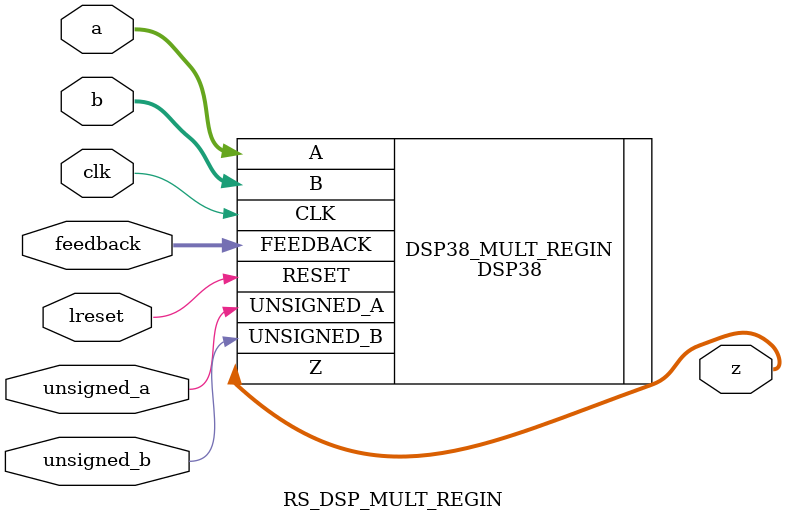
<source format=v>

module RS_DSP_MULT_REGIN (
    input  wire [19:0] a,
    input  wire [17:0] b,
    output wire [37:0] z,

    (* clkbuf_sink *)
    input  wire       clk,
    input  wire       lreset,

    input  wire [2:0] feedback,
    input  wire       unsigned_a,
    input  wire       unsigned_b
);

DSP38 #(
    .DSP_MODE("MULTIPY"),
    .OUTPUT_REG_EN("FALSE"),
    .INPUT_REG_EN("TRUE")
) DSP38_MULT_REGIN (
    .A(a),
    .B(b),
    .Z(z),
    .FEEDBACK(feedback),
    .UNSIGNED_A(unsigned_a),
    .UNSIGNED_B(unsigned_b),
    .CLK(clk),
    .RESET(lreset)
);

endmodule

</source>
